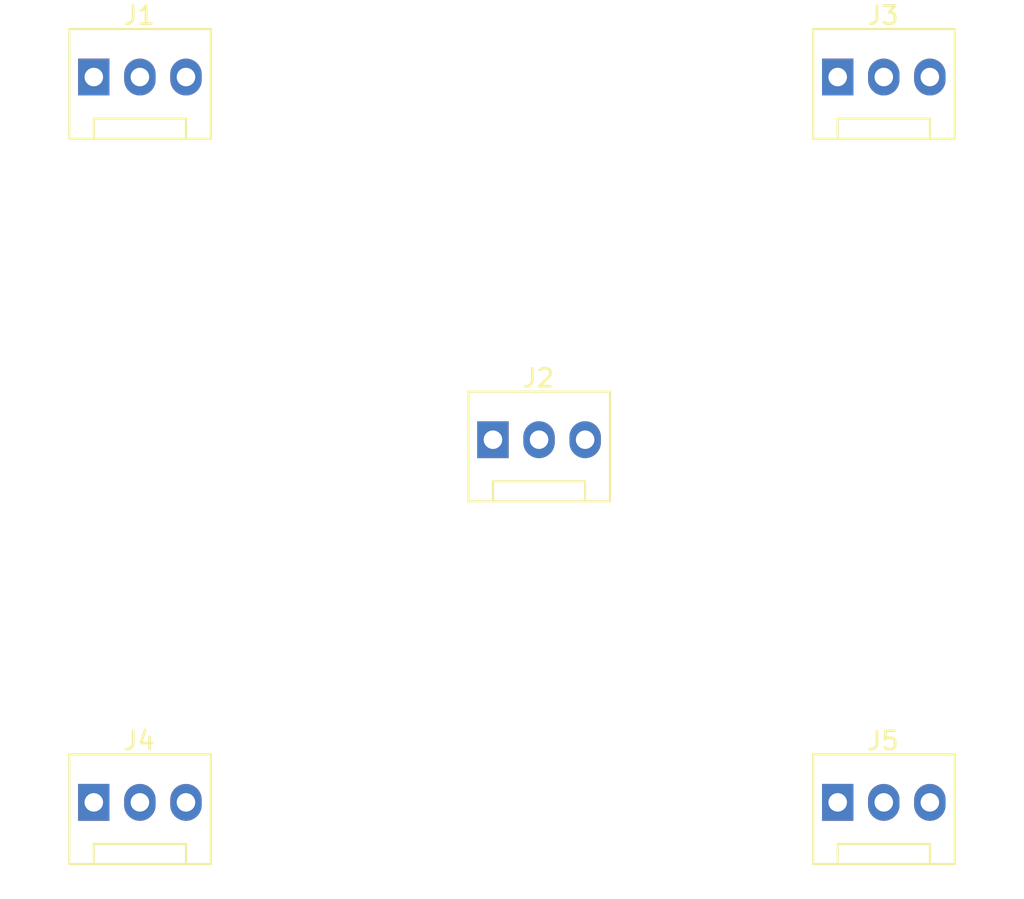
<source format=kicad_pcb>
(kicad_pcb (version 20171130) (host pcbnew "(5.0.2)-1")

  (general
    (thickness 1.6)
    (drawings 0)
    (tracks 0)
    (zones 0)
    (modules 5)
    (nets 4)
  )

  (page A4)
  (layers
    (0 F.Cu signal)
    (31 B.Cu signal)
    (32 B.Adhes user)
    (33 F.Adhes user)
    (34 B.Paste user)
    (35 F.Paste user)
    (36 B.SilkS user)
    (37 F.SilkS user)
    (38 B.Mask user)
    (39 F.Mask user)
    (40 Dwgs.User user)
    (41 Cmts.User user)
    (42 Eco1.User user)
    (43 Eco2.User user)
    (44 Edge.Cuts user)
    (45 Margin user)
    (46 B.CrtYd user)
    (47 F.CrtYd user)
    (48 B.Fab user)
    (49 F.Fab user)
  )

  (setup
    (last_trace_width 0.25)
    (trace_clearance 0.2)
    (zone_clearance 0.508)
    (zone_45_only no)
    (trace_min 0.2)
    (segment_width 0.2)
    (edge_width 0.15)
    (via_size 0.8)
    (via_drill 0.4)
    (via_min_size 0.4)
    (via_min_drill 0.3)
    (uvia_size 0.3)
    (uvia_drill 0.1)
    (uvias_allowed no)
    (uvia_min_size 0.2)
    (uvia_min_drill 0.1)
    (pcb_text_width 0.3)
    (pcb_text_size 1.5 1.5)
    (mod_edge_width 0.15)
    (mod_text_size 1 1)
    (mod_text_width 0.15)
    (pad_size 1.524 1.524)
    (pad_drill 0.762)
    (pad_to_mask_clearance 0.051)
    (solder_mask_min_width 0.25)
    (aux_axis_origin 0 0)
    (visible_elements FFFFFF7F)
    (pcbplotparams
      (layerselection 0x010fc_ffffffff)
      (usegerberextensions false)
      (usegerberattributes false)
      (usegerberadvancedattributes false)
      (creategerberjobfile false)
      (excludeedgelayer true)
      (linewidth 0.100000)
      (plotframeref false)
      (viasonmask false)
      (mode 1)
      (useauxorigin false)
      (hpglpennumber 1)
      (hpglpenspeed 20)
      (hpglpendiameter 15.000000)
      (psnegative false)
      (psa4output false)
      (plotreference true)
      (plotvalue true)
      (plotinvisibletext false)
      (padsonsilk false)
      (subtractmaskfromsilk false)
      (outputformat 1)
      (mirror false)
      (drillshape 1)
      (scaleselection 1)
      (outputdirectory ""))
  )

  (net 0 "")
  (net 1 "Net-(J1-Pad1)")
  (net 2 "Net-(J1-Pad2)")
  (net 3 "Net-(J1-Pad3)")

  (net_class Default "これはデフォルトのネット クラスです。"
    (clearance 0.2)
    (trace_width 0.25)
    (via_dia 0.8)
    (via_drill 0.4)
    (uvia_dia 0.3)
    (uvia_drill 0.1)
    (add_net "Net-(J1-Pad1)")
    (add_net "Net-(J1-Pad2)")
    (add_net "Net-(J1-Pad3)")
  )

  (module Connector:FanPinHeader_1x03_P2.54mm_Vertical (layer F.Cu) (tedit 5A19DCDF) (tstamp 5D330D3D)
    (at 92 60)
    (descr "3-pin CPU fan Through hole pin header, see http://www.formfactors.org/developer%5Cspecs%5Crev1_2_public.pdf")
    (tags "pin header 3-pin CPU fan")
    (path /5D260C6E)
    (fp_text reference J1 (at 2.5 -3.4) (layer F.SilkS)
      (effects (font (size 1 1) (thickness 0.15)))
    )
    (fp_text value Conn_01x03_Female (at 2.55 4.5) (layer F.Fab)
      (effects (font (size 1 1) (thickness 0.15)))
    )
    (fp_text user %R (at 2.45 1.8) (layer F.Fab)
      (effects (font (size 1 1) (thickness 0.15)))
    )
    (fp_line (start -1.35 3.4) (end -1.35 -2.65) (layer F.SilkS) (width 0.12))
    (fp_line (start -1.35 -2.65) (end 6.45 -2.65) (layer F.SilkS) (width 0.12))
    (fp_line (start 6.45 -2.65) (end 6.45 3.4) (layer F.SilkS) (width 0.12))
    (fp_line (start 6.45 3.4) (end -1.35 3.4) (layer F.SilkS) (width 0.12))
    (fp_line (start 5.05 3.3) (end 5.05 2.3) (layer F.Fab) (width 0.1))
    (fp_line (start 5.05 2.3) (end 0 2.3) (layer F.Fab) (width 0.1))
    (fp_line (start 0 2.3) (end 0 3.3) (layer F.Fab) (width 0.1))
    (fp_line (start -1.25 3.3) (end -1.25 -2.55) (layer F.Fab) (width 0.1))
    (fp_line (start -1.25 -2.55) (end 6.35 -2.55) (layer F.Fab) (width 0.1))
    (fp_line (start 6.35 -2.55) (end 6.35 3.3) (layer F.Fab) (width 0.1))
    (fp_line (start 6.35 3.3) (end -1.25 3.3) (layer F.Fab) (width 0.1))
    (fp_line (start 0 3.3) (end 0 2.29) (layer F.SilkS) (width 0.12))
    (fp_line (start 0 2.29) (end 5.08 2.29) (layer F.SilkS) (width 0.12))
    (fp_line (start 5.08 2.29) (end 5.08 3.3) (layer F.SilkS) (width 0.12))
    (fp_line (start -1.75 3.8) (end -1.75 -3.05) (layer F.CrtYd) (width 0.05))
    (fp_line (start -1.75 3.8) (end 6.85 3.8) (layer F.CrtYd) (width 0.05))
    (fp_line (start 6.85 -3.05) (end -1.75 -3.05) (layer F.CrtYd) (width 0.05))
    (fp_line (start 6.85 -3.05) (end 6.85 3.8) (layer F.CrtYd) (width 0.05))
    (pad 1 thru_hole rect (at 0 0 90) (size 2.03 1.73) (drill 1.02) (layers *.Cu *.Mask)
      (net 1 "Net-(J1-Pad1)"))
    (pad 2 thru_hole oval (at 2.54 0 90) (size 2.03 1.73) (drill 1.02) (layers *.Cu *.Mask)
      (net 2 "Net-(J1-Pad2)"))
    (pad 3 thru_hole oval (at 5.08 0 90) (size 2.03 1.73) (drill 1.02) (layers *.Cu *.Mask)
      (net 3 "Net-(J1-Pad3)"))
    (model ${KISYS3DMOD}/Connector.3dshapes/FanPinHeader_1x03_P2.54mm_Vertical.wrl
      (at (xyz 0 0 0))
      (scale (xyz 1 1 1))
      (rotate (xyz 0 0 0))
    )
  )

  (module Connector:FanPinHeader_1x03_P2.54mm_Vertical (layer F.Cu) (tedit 5A19DCDF) (tstamp 5D330D57)
    (at 114 80)
    (descr "3-pin CPU fan Through hole pin header, see http://www.formfactors.org/developer%5Cspecs%5Crev1_2_public.pdf")
    (tags "pin header 3-pin CPU fan")
    (path /5D260B42)
    (fp_text reference J2 (at 2.5 -3.4) (layer F.SilkS)
      (effects (font (size 1 1) (thickness 0.15)))
    )
    (fp_text value Conn_01x03_Female (at 2.55 4.5) (layer F.Fab)
      (effects (font (size 1 1) (thickness 0.15)))
    )
    (fp_line (start 6.85 -3.05) (end 6.85 3.8) (layer F.CrtYd) (width 0.05))
    (fp_line (start 6.85 -3.05) (end -1.75 -3.05) (layer F.CrtYd) (width 0.05))
    (fp_line (start -1.75 3.8) (end 6.85 3.8) (layer F.CrtYd) (width 0.05))
    (fp_line (start -1.75 3.8) (end -1.75 -3.05) (layer F.CrtYd) (width 0.05))
    (fp_line (start 5.08 2.29) (end 5.08 3.3) (layer F.SilkS) (width 0.12))
    (fp_line (start 0 2.29) (end 5.08 2.29) (layer F.SilkS) (width 0.12))
    (fp_line (start 0 3.3) (end 0 2.29) (layer F.SilkS) (width 0.12))
    (fp_line (start 6.35 3.3) (end -1.25 3.3) (layer F.Fab) (width 0.1))
    (fp_line (start 6.35 -2.55) (end 6.35 3.3) (layer F.Fab) (width 0.1))
    (fp_line (start -1.25 -2.55) (end 6.35 -2.55) (layer F.Fab) (width 0.1))
    (fp_line (start -1.25 3.3) (end -1.25 -2.55) (layer F.Fab) (width 0.1))
    (fp_line (start 0 2.3) (end 0 3.3) (layer F.Fab) (width 0.1))
    (fp_line (start 5.05 2.3) (end 0 2.3) (layer F.Fab) (width 0.1))
    (fp_line (start 5.05 3.3) (end 5.05 2.3) (layer F.Fab) (width 0.1))
    (fp_line (start 6.45 3.4) (end -1.35 3.4) (layer F.SilkS) (width 0.12))
    (fp_line (start 6.45 -2.65) (end 6.45 3.4) (layer F.SilkS) (width 0.12))
    (fp_line (start -1.35 -2.65) (end 6.45 -2.65) (layer F.SilkS) (width 0.12))
    (fp_line (start -1.35 3.4) (end -1.35 -2.65) (layer F.SilkS) (width 0.12))
    (fp_text user %R (at 2.45 1.8) (layer F.Fab)
      (effects (font (size 1 1) (thickness 0.15)))
    )
    (pad 3 thru_hole oval (at 5.08 0 90) (size 2.03 1.73) (drill 1.02) (layers *.Cu *.Mask)
      (net 3 "Net-(J1-Pad3)"))
    (pad 2 thru_hole oval (at 2.54 0 90) (size 2.03 1.73) (drill 1.02) (layers *.Cu *.Mask)
      (net 2 "Net-(J1-Pad2)"))
    (pad 1 thru_hole rect (at 0 0 90) (size 2.03 1.73) (drill 1.02) (layers *.Cu *.Mask)
      (net 1 "Net-(J1-Pad1)"))
    (model ${KISYS3DMOD}/Connector.3dshapes/FanPinHeader_1x03_P2.54mm_Vertical.wrl
      (at (xyz 0 0 0))
      (scale (xyz 1 1 1))
      (rotate (xyz 0 0 0))
    )
  )

  (module Connector:FanPinHeader_1x03_P2.54mm_Vertical (layer F.Cu) (tedit 5A19DCDF) (tstamp 5D330D71)
    (at 133 60)
    (descr "3-pin CPU fan Through hole pin header, see http://www.formfactors.org/developer%5Cspecs%5Crev1_2_public.pdf")
    (tags "pin header 3-pin CPU fan")
    (path /5D260C26)
    (fp_text reference J3 (at 2.5 -3.4) (layer F.SilkS)
      (effects (font (size 1 1) (thickness 0.15)))
    )
    (fp_text value Conn_01x03_Female (at 2.55 4.5) (layer F.Fab)
      (effects (font (size 1 1) (thickness 0.15)))
    )
    (fp_line (start 6.85 -3.05) (end 6.85 3.8) (layer F.CrtYd) (width 0.05))
    (fp_line (start 6.85 -3.05) (end -1.75 -3.05) (layer F.CrtYd) (width 0.05))
    (fp_line (start -1.75 3.8) (end 6.85 3.8) (layer F.CrtYd) (width 0.05))
    (fp_line (start -1.75 3.8) (end -1.75 -3.05) (layer F.CrtYd) (width 0.05))
    (fp_line (start 5.08 2.29) (end 5.08 3.3) (layer F.SilkS) (width 0.12))
    (fp_line (start 0 2.29) (end 5.08 2.29) (layer F.SilkS) (width 0.12))
    (fp_line (start 0 3.3) (end 0 2.29) (layer F.SilkS) (width 0.12))
    (fp_line (start 6.35 3.3) (end -1.25 3.3) (layer F.Fab) (width 0.1))
    (fp_line (start 6.35 -2.55) (end 6.35 3.3) (layer F.Fab) (width 0.1))
    (fp_line (start -1.25 -2.55) (end 6.35 -2.55) (layer F.Fab) (width 0.1))
    (fp_line (start -1.25 3.3) (end -1.25 -2.55) (layer F.Fab) (width 0.1))
    (fp_line (start 0 2.3) (end 0 3.3) (layer F.Fab) (width 0.1))
    (fp_line (start 5.05 2.3) (end 0 2.3) (layer F.Fab) (width 0.1))
    (fp_line (start 5.05 3.3) (end 5.05 2.3) (layer F.Fab) (width 0.1))
    (fp_line (start 6.45 3.4) (end -1.35 3.4) (layer F.SilkS) (width 0.12))
    (fp_line (start 6.45 -2.65) (end 6.45 3.4) (layer F.SilkS) (width 0.12))
    (fp_line (start -1.35 -2.65) (end 6.45 -2.65) (layer F.SilkS) (width 0.12))
    (fp_line (start -1.35 3.4) (end -1.35 -2.65) (layer F.SilkS) (width 0.12))
    (fp_text user %R (at 2.45 1.8) (layer F.Fab)
      (effects (font (size 1 1) (thickness 0.15)))
    )
    (pad 3 thru_hole oval (at 5.08 0 90) (size 2.03 1.73) (drill 1.02) (layers *.Cu *.Mask)
      (net 3 "Net-(J1-Pad3)"))
    (pad 2 thru_hole oval (at 2.54 0 90) (size 2.03 1.73) (drill 1.02) (layers *.Cu *.Mask)
      (net 2 "Net-(J1-Pad2)"))
    (pad 1 thru_hole rect (at 0 0 90) (size 2.03 1.73) (drill 1.02) (layers *.Cu *.Mask)
      (net 1 "Net-(J1-Pad1)"))
    (model ${KISYS3DMOD}/Connector.3dshapes/FanPinHeader_1x03_P2.54mm_Vertical.wrl
      (at (xyz 0 0 0))
      (scale (xyz 1 1 1))
      (rotate (xyz 0 0 0))
    )
  )

  (module Connector:FanPinHeader_1x03_P2.54mm_Vertical (layer F.Cu) (tedit 5A19DCDF) (tstamp 5D330D8B)
    (at 92 100)
    (descr "3-pin CPU fan Through hole pin header, see http://www.formfactors.org/developer%5Cspecs%5Crev1_2_public.pdf")
    (tags "pin header 3-pin CPU fan")
    (path /5D260AD8)
    (fp_text reference J4 (at 2.5 -3.4) (layer F.SilkS)
      (effects (font (size 1 1) (thickness 0.15)))
    )
    (fp_text value Conn_01x03_Female (at 2.55 4.5) (layer F.Fab)
      (effects (font (size 1 1) (thickness 0.15)))
    )
    (fp_text user %R (at 2.45 1.8) (layer F.Fab)
      (effects (font (size 1 1) (thickness 0.15)))
    )
    (fp_line (start -1.35 3.4) (end -1.35 -2.65) (layer F.SilkS) (width 0.12))
    (fp_line (start -1.35 -2.65) (end 6.45 -2.65) (layer F.SilkS) (width 0.12))
    (fp_line (start 6.45 -2.65) (end 6.45 3.4) (layer F.SilkS) (width 0.12))
    (fp_line (start 6.45 3.4) (end -1.35 3.4) (layer F.SilkS) (width 0.12))
    (fp_line (start 5.05 3.3) (end 5.05 2.3) (layer F.Fab) (width 0.1))
    (fp_line (start 5.05 2.3) (end 0 2.3) (layer F.Fab) (width 0.1))
    (fp_line (start 0 2.3) (end 0 3.3) (layer F.Fab) (width 0.1))
    (fp_line (start -1.25 3.3) (end -1.25 -2.55) (layer F.Fab) (width 0.1))
    (fp_line (start -1.25 -2.55) (end 6.35 -2.55) (layer F.Fab) (width 0.1))
    (fp_line (start 6.35 -2.55) (end 6.35 3.3) (layer F.Fab) (width 0.1))
    (fp_line (start 6.35 3.3) (end -1.25 3.3) (layer F.Fab) (width 0.1))
    (fp_line (start 0 3.3) (end 0 2.29) (layer F.SilkS) (width 0.12))
    (fp_line (start 0 2.29) (end 5.08 2.29) (layer F.SilkS) (width 0.12))
    (fp_line (start 5.08 2.29) (end 5.08 3.3) (layer F.SilkS) (width 0.12))
    (fp_line (start -1.75 3.8) (end -1.75 -3.05) (layer F.CrtYd) (width 0.05))
    (fp_line (start -1.75 3.8) (end 6.85 3.8) (layer F.CrtYd) (width 0.05))
    (fp_line (start 6.85 -3.05) (end -1.75 -3.05) (layer F.CrtYd) (width 0.05))
    (fp_line (start 6.85 -3.05) (end 6.85 3.8) (layer F.CrtYd) (width 0.05))
    (pad 1 thru_hole rect (at 0 0 90) (size 2.03 1.73) (drill 1.02) (layers *.Cu *.Mask)
      (net 1 "Net-(J1-Pad1)"))
    (pad 2 thru_hole oval (at 2.54 0 90) (size 2.03 1.73) (drill 1.02) (layers *.Cu *.Mask)
      (net 2 "Net-(J1-Pad2)"))
    (pad 3 thru_hole oval (at 5.08 0 90) (size 2.03 1.73) (drill 1.02) (layers *.Cu *.Mask)
      (net 3 "Net-(J1-Pad3)"))
    (model ${KISYS3DMOD}/Connector.3dshapes/FanPinHeader_1x03_P2.54mm_Vertical.wrl
      (at (xyz 0 0 0))
      (scale (xyz 1 1 1))
      (rotate (xyz 0 0 0))
    )
  )

  (module Connector:FanPinHeader_1x03_P2.54mm_Vertical (layer F.Cu) (tedit 5A19DCDF) (tstamp 5D330DA5)
    (at 133 100)
    (descr "3-pin CPU fan Through hole pin header, see http://www.formfactors.org/developer%5Cspecs%5Crev1_2_public.pdf")
    (tags "pin header 3-pin CPU fan")
    (path /5D260B90)
    (fp_text reference J5 (at 2.5 -3.4) (layer F.SilkS)
      (effects (font (size 1 1) (thickness 0.15)))
    )
    (fp_text value Conn_01x03_Female (at 2.55 4.5) (layer F.Fab)
      (effects (font (size 1 1) (thickness 0.15)))
    )
    (fp_text user %R (at 2.45 1.8) (layer F.Fab)
      (effects (font (size 1 1) (thickness 0.15)))
    )
    (fp_line (start -1.35 3.4) (end -1.35 -2.65) (layer F.SilkS) (width 0.12))
    (fp_line (start -1.35 -2.65) (end 6.45 -2.65) (layer F.SilkS) (width 0.12))
    (fp_line (start 6.45 -2.65) (end 6.45 3.4) (layer F.SilkS) (width 0.12))
    (fp_line (start 6.45 3.4) (end -1.35 3.4) (layer F.SilkS) (width 0.12))
    (fp_line (start 5.05 3.3) (end 5.05 2.3) (layer F.Fab) (width 0.1))
    (fp_line (start 5.05 2.3) (end 0 2.3) (layer F.Fab) (width 0.1))
    (fp_line (start 0 2.3) (end 0 3.3) (layer F.Fab) (width 0.1))
    (fp_line (start -1.25 3.3) (end -1.25 -2.55) (layer F.Fab) (width 0.1))
    (fp_line (start -1.25 -2.55) (end 6.35 -2.55) (layer F.Fab) (width 0.1))
    (fp_line (start 6.35 -2.55) (end 6.35 3.3) (layer F.Fab) (width 0.1))
    (fp_line (start 6.35 3.3) (end -1.25 3.3) (layer F.Fab) (width 0.1))
    (fp_line (start 0 3.3) (end 0 2.29) (layer F.SilkS) (width 0.12))
    (fp_line (start 0 2.29) (end 5.08 2.29) (layer F.SilkS) (width 0.12))
    (fp_line (start 5.08 2.29) (end 5.08 3.3) (layer F.SilkS) (width 0.12))
    (fp_line (start -1.75 3.8) (end -1.75 -3.05) (layer F.CrtYd) (width 0.05))
    (fp_line (start -1.75 3.8) (end 6.85 3.8) (layer F.CrtYd) (width 0.05))
    (fp_line (start 6.85 -3.05) (end -1.75 -3.05) (layer F.CrtYd) (width 0.05))
    (fp_line (start 6.85 -3.05) (end 6.85 3.8) (layer F.CrtYd) (width 0.05))
    (pad 1 thru_hole rect (at 0 0 90) (size 2.03 1.73) (drill 1.02) (layers *.Cu *.Mask)
      (net 1 "Net-(J1-Pad1)"))
    (pad 2 thru_hole oval (at 2.54 0 90) (size 2.03 1.73) (drill 1.02) (layers *.Cu *.Mask)
      (net 2 "Net-(J1-Pad2)"))
    (pad 3 thru_hole oval (at 5.08 0 90) (size 2.03 1.73) (drill 1.02) (layers *.Cu *.Mask)
      (net 3 "Net-(J1-Pad3)"))
    (model ${KISYS3DMOD}/Connector.3dshapes/FanPinHeader_1x03_P2.54mm_Vertical.wrl
      (at (xyz 0 0 0))
      (scale (xyz 1 1 1))
      (rotate (xyz 0 0 0))
    )
  )

)

</source>
